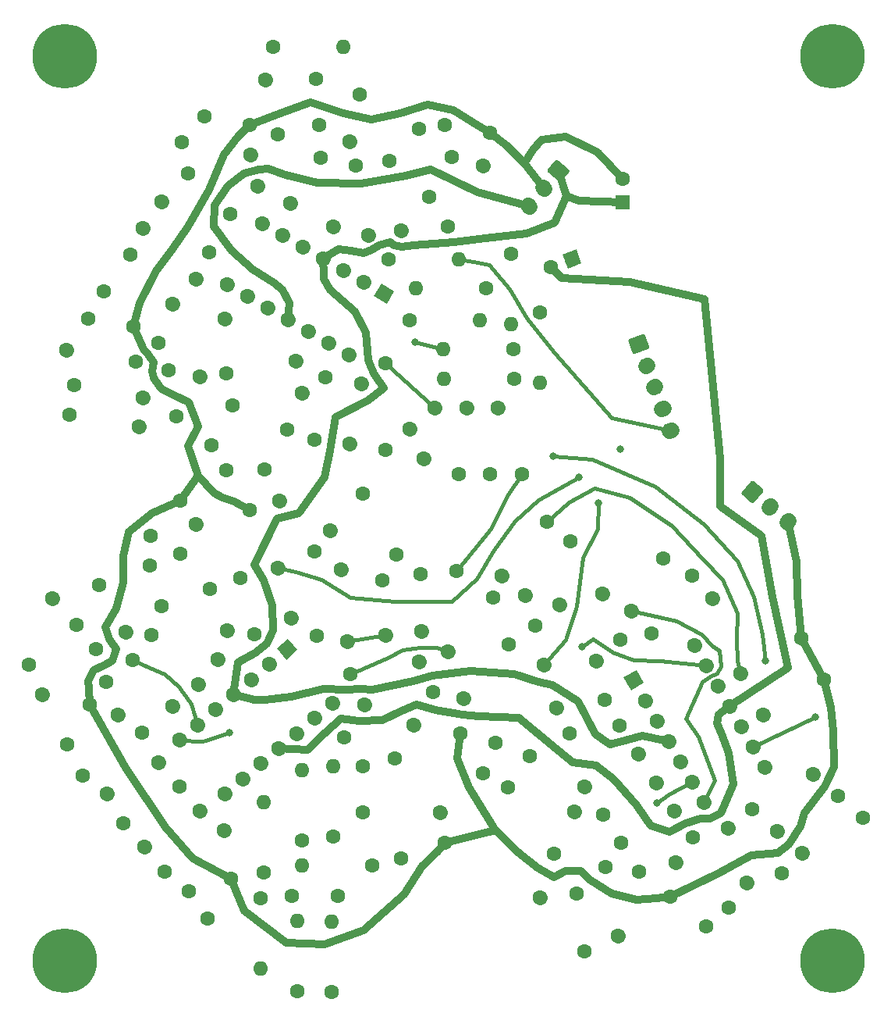
<source format=gbr>
G04 #@! TF.GenerationSoftware,KiCad,Pcbnew,(5.1.2-1)-1*
G04 #@! TF.CreationDate,2021-05-20T21:43:18-04:00*
G04 #@! TF.ProjectId,B_to_UHJ_Converter,425f746f-5f55-4484-9a5f-436f6e766572,rev?*
G04 #@! TF.SameCoordinates,Original*
G04 #@! TF.FileFunction,Copper,L1,Top*
G04 #@! TF.FilePolarity,Positive*
%FSLAX46Y46*%
G04 Gerber Fmt 4.6, Leading zero omitted, Abs format (unit mm)*
G04 Created by KiCad (PCBNEW (5.1.2-1)-1) date 2021-05-20 21:43:18*
%MOMM*%
%LPD*%
G04 APERTURE LIST*
%ADD10C,7.000000*%
%ADD11C,1.600000*%
%ADD12C,1.600000*%
%ADD13C,0.100000*%
%ADD14R,1.600000X1.600000*%
%ADD15C,1.700000*%
%ADD16C,1.700000*%
%ADD17O,1.600000X1.600000*%
%ADD18C,0.800000*%
%ADD19C,0.406400*%
%ADD20C,0.812800*%
G04 APERTURE END LIST*
D10*
X101092000Y-115824000D03*
X17780000Y-115824000D03*
X101092000Y-17780000D03*
X17780000Y-17780000D03*
D11*
X25109194Y-83239601D03*
X32269652Y-85845794D03*
D12*
X32269652Y-85845794D02*
X32269652Y-85845794D01*
D11*
X86122857Y-81589033D03*
D12*
X86122857Y-81589033D02*
X86122857Y-81589033D01*
D11*
X87143743Y-98597260D03*
D12*
X87143743Y-98597260D02*
X87143743Y-98597260D01*
D11*
X87392857Y-83788738D03*
D12*
X87392857Y-83788738D02*
X87392857Y-83788738D01*
D11*
X85873743Y-96397556D03*
D12*
X85873743Y-96397556D02*
X85873743Y-96397556D01*
D11*
X88662857Y-85988442D03*
D12*
X88662857Y-85988442D02*
X88662857Y-85988442D01*
D11*
X84603743Y-94197851D03*
D12*
X84603743Y-94197851D02*
X84603743Y-94197851D01*
D11*
X89932857Y-88188147D03*
D12*
X89932857Y-88188147D02*
X89932857Y-88188147D01*
D11*
X83333743Y-91998147D03*
D12*
X83333743Y-91998147D02*
X83333743Y-91998147D01*
D11*
X91202857Y-90387851D03*
D12*
X91202857Y-90387851D02*
X91202857Y-90387851D01*
D11*
X82063743Y-89798442D03*
D12*
X82063743Y-89798442D02*
X82063743Y-89798442D01*
D11*
X92472857Y-92587556D03*
D12*
X92472857Y-92587556D02*
X92472857Y-92587556D01*
D11*
X80793743Y-87598738D03*
D12*
X80793743Y-87598738D02*
X80793743Y-87598738D01*
D11*
X93742857Y-94787260D03*
D12*
X93742857Y-94787260D02*
X93742857Y-94787260D01*
D11*
X79523743Y-85399033D03*
D13*
G36*
X79230923Y-86491853D02*
G01*
X78430923Y-85106213D01*
X79816563Y-84306213D01*
X80616563Y-85691853D01*
X79230923Y-86491853D01*
X79230923Y-86491853D01*
G37*
D11*
X46814839Y-87871813D03*
D12*
X46814839Y-87871813D02*
X46814839Y-87871813D01*
D11*
X30242280Y-91830637D03*
D12*
X30242280Y-91830637D02*
X30242280Y-91830637D01*
D11*
X44869086Y-89504493D03*
D12*
X44869086Y-89504493D02*
X44869086Y-89504493D01*
D11*
X32188033Y-90197957D03*
D12*
X32188033Y-90197957D02*
X32188033Y-90197957D01*
D11*
X42923333Y-91137174D03*
D12*
X42923333Y-91137174D02*
X42923333Y-91137174D01*
D11*
X34133785Y-88565276D03*
D12*
X34133785Y-88565276D02*
X34133785Y-88565276D01*
D11*
X40977580Y-92769854D03*
D12*
X40977580Y-92769854D02*
X40977580Y-92769854D01*
D11*
X36079538Y-86932596D03*
D12*
X36079538Y-86932596D02*
X36079538Y-86932596D01*
D11*
X39031827Y-94402535D03*
D12*
X39031827Y-94402535D02*
X39031827Y-94402535D01*
D11*
X38025291Y-85299915D03*
D12*
X38025291Y-85299915D02*
X38025291Y-85299915D01*
D11*
X37086074Y-96035215D03*
D12*
X37086074Y-96035215D02*
X37086074Y-96035215D01*
D11*
X39971044Y-83667235D03*
D12*
X39971044Y-83667235D02*
X39971044Y-83667235D01*
D11*
X35140321Y-97667896D03*
D12*
X35140321Y-97667896D02*
X35140321Y-97667896D01*
D11*
X41916797Y-82034554D03*
D13*
G36*
X40789731Y-81935949D02*
G01*
X42015402Y-80907488D01*
X43043863Y-82133159D01*
X41818192Y-83161620D01*
X40789731Y-81935949D01*
X40789731Y-81935949D01*
G37*
D11*
X59801590Y-28697013D03*
X57301590Y-33027140D03*
X29895885Y-56751928D03*
X29027644Y-51827889D03*
X30286878Y-71671668D03*
X33500816Y-75501890D03*
X47419106Y-108729144D03*
X42419106Y-108729144D03*
X72544548Y-91123711D03*
X68214421Y-93623711D03*
X63940102Y-26064038D03*
X59016063Y-25195797D03*
X25227204Y-47082045D03*
X20303165Y-46213804D03*
X30318589Y-65920456D03*
X27104651Y-69750678D03*
X35817418Y-106867897D03*
X33317418Y-111198024D03*
X60675718Y-91183497D03*
X63175718Y-95513624D03*
X49764664Y-21925986D03*
X45066201Y-20215885D03*
X39425875Y-62519621D03*
X41925875Y-58189494D03*
X21515174Y-75037324D03*
X19015174Y-79367451D03*
X50134491Y-99728449D03*
X50134491Y-94728449D03*
X70862050Y-104224262D03*
X73362050Y-108554389D03*
X37841706Y-25182285D03*
X32917667Y-24314044D03*
X37838478Y-66945478D03*
X35338478Y-62615351D03*
X20530244Y-88056623D03*
X18030244Y-92386750D03*
X59007212Y-103026462D03*
X54308749Y-104736563D03*
X83516345Y-108880306D03*
X87346567Y-112094244D03*
X78333600Y-31078800D03*
D14*
X78333600Y-33578800D03*
D11*
X72847200Y-39725600D03*
D13*
G36*
X73325338Y-38700230D02*
G01*
X73872570Y-40203738D01*
X72369062Y-40750970D01*
X71821830Y-39247462D01*
X73325338Y-38700230D01*
X73325338Y-38700230D01*
G37*
D11*
X70497968Y-40580650D03*
D13*
G36*
X80597598Y-47886529D02*
G01*
X80621686Y-47891184D01*
X80645202Y-47898178D01*
X80667920Y-47907443D01*
X80689619Y-47918890D01*
X80710092Y-47932409D01*
X80729142Y-47947869D01*
X80746584Y-47965122D01*
X80762252Y-47984002D01*
X80775993Y-48004327D01*
X80787676Y-48025900D01*
X80797188Y-48048515D01*
X81207612Y-49176146D01*
X81214862Y-49199584D01*
X81219779Y-49223620D01*
X81222317Y-49248022D01*
X81222451Y-49272556D01*
X81220180Y-49296984D01*
X81215525Y-49321072D01*
X81208531Y-49344588D01*
X81199266Y-49367306D01*
X81187819Y-49389005D01*
X81174300Y-49409478D01*
X81158840Y-49428528D01*
X81141587Y-49445970D01*
X81122707Y-49461638D01*
X81102382Y-49475379D01*
X81080809Y-49487062D01*
X81058194Y-49496574D01*
X79695640Y-49992503D01*
X79672202Y-49999753D01*
X79648166Y-50004670D01*
X79623764Y-50007208D01*
X79599230Y-50007342D01*
X79574802Y-50005071D01*
X79550714Y-50000416D01*
X79527198Y-49993422D01*
X79504480Y-49984157D01*
X79482781Y-49972710D01*
X79462308Y-49959191D01*
X79443258Y-49943731D01*
X79425816Y-49926478D01*
X79410148Y-49907598D01*
X79396407Y-49887273D01*
X79384724Y-49865700D01*
X79375212Y-49843085D01*
X78964788Y-48715454D01*
X78957538Y-48692016D01*
X78952621Y-48667980D01*
X78950083Y-48643578D01*
X78949949Y-48619044D01*
X78952220Y-48594616D01*
X78956875Y-48570528D01*
X78963869Y-48547012D01*
X78973134Y-48524294D01*
X78984581Y-48502595D01*
X78998100Y-48482122D01*
X79013560Y-48463072D01*
X79030813Y-48445630D01*
X79049693Y-48429962D01*
X79070018Y-48416221D01*
X79091591Y-48404538D01*
X79114206Y-48395026D01*
X80476760Y-47899097D01*
X80500198Y-47891847D01*
X80524234Y-47886930D01*
X80548636Y-47884392D01*
X80573170Y-47884258D01*
X80597598Y-47886529D01*
X80597598Y-47886529D01*
G37*
D15*
X80086200Y-48945800D03*
X80941250Y-51295032D03*
D16*
X81058712Y-51252279D02*
X80823788Y-51337785D01*
D15*
X81796301Y-53644263D03*
D16*
X81913763Y-53601510D02*
X81678839Y-53687016D01*
D15*
X82651351Y-55993495D03*
D16*
X82768813Y-55950742D02*
X82533889Y-56036248D01*
D15*
X83506401Y-58342726D03*
D16*
X83623863Y-58299973D02*
X83388939Y-58385479D01*
D15*
X68134662Y-34005422D03*
D16*
X68230418Y-34085770D02*
X68038906Y-33925074D01*
D15*
X69741631Y-32090311D03*
D16*
X69837387Y-32170659D02*
X69645875Y-32009963D01*
D13*
G36*
X71206107Y-29001038D02*
G01*
X71230334Y-29004902D01*
X71254066Y-29011123D01*
X71277075Y-29019639D01*
X71299137Y-29030370D01*
X71320042Y-29043212D01*
X71339587Y-29058041D01*
X72450352Y-29990083D01*
X72468349Y-30006756D01*
X72484626Y-30025113D01*
X72499025Y-30044977D01*
X72511408Y-30066157D01*
X72521655Y-30088448D01*
X72529667Y-30111637D01*
X72535369Y-30135499D01*
X72538704Y-30159805D01*
X72539640Y-30184321D01*
X72538169Y-30208811D01*
X72534305Y-30233038D01*
X72528084Y-30256770D01*
X72519568Y-30279779D01*
X72508837Y-30301841D01*
X72495995Y-30322746D01*
X72481166Y-30342291D01*
X71709821Y-31261545D01*
X71693148Y-31279542D01*
X71674791Y-31295819D01*
X71654927Y-31310218D01*
X71633747Y-31322601D01*
X71611456Y-31332848D01*
X71588267Y-31340860D01*
X71564405Y-31346562D01*
X71540099Y-31349897D01*
X71515583Y-31350833D01*
X71491093Y-31349362D01*
X71466866Y-31345498D01*
X71443134Y-31339277D01*
X71420125Y-31330761D01*
X71398063Y-31320030D01*
X71377158Y-31307188D01*
X71357613Y-31292359D01*
X70246848Y-30360317D01*
X70228851Y-30343644D01*
X70212574Y-30325287D01*
X70198175Y-30305423D01*
X70185792Y-30284243D01*
X70175545Y-30261952D01*
X70167533Y-30238763D01*
X70161831Y-30214901D01*
X70158496Y-30190595D01*
X70157560Y-30166079D01*
X70159031Y-30141589D01*
X70162895Y-30117362D01*
X70169116Y-30093630D01*
X70177632Y-30070621D01*
X70188363Y-30048559D01*
X70201205Y-30027654D01*
X70216034Y-30008109D01*
X70987379Y-29088855D01*
X71004052Y-29070858D01*
X71022409Y-29054581D01*
X71042273Y-29040182D01*
X71063453Y-29027799D01*
X71085744Y-29017552D01*
X71108933Y-29009540D01*
X71132795Y-29003838D01*
X71157101Y-29000503D01*
X71181617Y-28999567D01*
X71206107Y-29001038D01*
X71206107Y-29001038D01*
G37*
D15*
X71348600Y-30175200D03*
D13*
G36*
X92438811Y-63783631D02*
G01*
X92463038Y-63787495D01*
X92486770Y-63793716D01*
X92509779Y-63802232D01*
X92531841Y-63812963D01*
X92552746Y-63825805D01*
X92572291Y-63840634D01*
X93491545Y-64611979D01*
X93509542Y-64628652D01*
X93525819Y-64647009D01*
X93540218Y-64666873D01*
X93552601Y-64688053D01*
X93562848Y-64710344D01*
X93570860Y-64733533D01*
X93576562Y-64757395D01*
X93579897Y-64781701D01*
X93580833Y-64806217D01*
X93579362Y-64830707D01*
X93575498Y-64854934D01*
X93569277Y-64878666D01*
X93560761Y-64901675D01*
X93550030Y-64923737D01*
X93537188Y-64944642D01*
X93522359Y-64964187D01*
X92590317Y-66074952D01*
X92573644Y-66092949D01*
X92555287Y-66109226D01*
X92535423Y-66123625D01*
X92514243Y-66136008D01*
X92491952Y-66146255D01*
X92468763Y-66154267D01*
X92444901Y-66159969D01*
X92420595Y-66163304D01*
X92396079Y-66164240D01*
X92371589Y-66162769D01*
X92347362Y-66158905D01*
X92323630Y-66152684D01*
X92300621Y-66144168D01*
X92278559Y-66133437D01*
X92257654Y-66120595D01*
X92238109Y-66105766D01*
X91318855Y-65334421D01*
X91300858Y-65317748D01*
X91284581Y-65299391D01*
X91270182Y-65279527D01*
X91257799Y-65258347D01*
X91247552Y-65236056D01*
X91239540Y-65212867D01*
X91233838Y-65189005D01*
X91230503Y-65164699D01*
X91229567Y-65140183D01*
X91231038Y-65115693D01*
X91234902Y-65091466D01*
X91241123Y-65067734D01*
X91249639Y-65044725D01*
X91260370Y-65022663D01*
X91273212Y-65001758D01*
X91288041Y-64982213D01*
X92220083Y-63871448D01*
X92236756Y-63853451D01*
X92255113Y-63837174D01*
X92274977Y-63822775D01*
X92296157Y-63810392D01*
X92318448Y-63800145D01*
X92341637Y-63792133D01*
X92365499Y-63786431D01*
X92389805Y-63783096D01*
X92414321Y-63782160D01*
X92438811Y-63783631D01*
X92438811Y-63783631D01*
G37*
D15*
X92405200Y-64973200D03*
X94320311Y-66580169D03*
D16*
X94400659Y-66484413D02*
X94239963Y-66675925D01*
D15*
X96235422Y-68187138D03*
D16*
X96315770Y-68091382D02*
X96155074Y-68282894D01*
D11*
X63191963Y-29599432D03*
D12*
X63191963Y-29599432D02*
X63191963Y-29599432D01*
D11*
X59381963Y-36198546D03*
X18759389Y-53407832D03*
X26263624Y-54731031D03*
D12*
X26263624Y-54731031D02*
X26263624Y-54731031D01*
D11*
X31977779Y-68490534D03*
D12*
X31977779Y-68490534D02*
X31977779Y-68490534D01*
D11*
X36875821Y-74327793D03*
X42991012Y-119131500D03*
D17*
X42991012Y-111511500D03*
D11*
X71108922Y-88345056D03*
D12*
X71108922Y-88345056D02*
X71108922Y-88345056D01*
D11*
X64509808Y-92155056D03*
X52976428Y-29132641D03*
X54299627Y-36636876D03*
D12*
X54299627Y-36636876D02*
X54299627Y-36636876D01*
D11*
X17976282Y-49577135D03*
D12*
X17976282Y-49577135D02*
X17976282Y-49577135D01*
D11*
X25480517Y-50900334D03*
X48684099Y-26983681D03*
D12*
X48684099Y-26983681D02*
X48684099Y-26983681D01*
D11*
X56188334Y-25660482D03*
X21986651Y-43246042D03*
X29490886Y-44569241D03*
D12*
X29490886Y-44569241D02*
X29490886Y-44569241D01*
D11*
X28272750Y-77352220D03*
X35433208Y-79958413D03*
D12*
X35433208Y-79958413D02*
X35433208Y-79958413D01*
D11*
X24389903Y-80146114D03*
D12*
X24389903Y-80146114D02*
X24389903Y-80146114D01*
D11*
X26996096Y-72985656D03*
D17*
X38996253Y-116648251D03*
D11*
X38996253Y-109028251D03*
X77983202Y-90294860D03*
X74173202Y-96893974D03*
D12*
X74173202Y-96893974D02*
X74173202Y-96893974D01*
D11*
X31207300Y-108249448D03*
X35017300Y-101650334D03*
D12*
X35017300Y-101650334D02*
X35017300Y-101650334D01*
D11*
X73078207Y-99638275D03*
D12*
X73078207Y-99638275D02*
X73078207Y-99638275D01*
D11*
X65917749Y-97032082D03*
X49397325Y-29644091D03*
X50720524Y-37148326D03*
D12*
X50720524Y-37148326D02*
X50720524Y-37148326D01*
D11*
X35105085Y-46220734D03*
D12*
X35105085Y-46220734D02*
X35105085Y-46220734D01*
D11*
X27944627Y-48826927D03*
X27223187Y-80487609D03*
X34383645Y-83093802D03*
D12*
X34383645Y-83093802D02*
X34383645Y-83093802D01*
D17*
X39410067Y-98574218D03*
D11*
X39410067Y-106194218D03*
X76238561Y-99942569D03*
X80048561Y-93343455D03*
D12*
X80048561Y-93343455D02*
X80048561Y-93343455D01*
D11*
X52894901Y-39740897D03*
D17*
X60514901Y-39740897D03*
D11*
X25811583Y-57901586D03*
D12*
X25811583Y-57901586D02*
X25811583Y-57901586D01*
D11*
X18307348Y-56578387D03*
X38330521Y-80368612D03*
X40936714Y-73208154D03*
D12*
X40936714Y-73208154D02*
X40936714Y-73208154D01*
D17*
X46719558Y-111592508D03*
D11*
X46719558Y-119212508D03*
X76339009Y-87548631D03*
X69739895Y-83738631D03*
D12*
X69739895Y-83738631D02*
X69739895Y-83738631D01*
D17*
X55921364Y-42938119D03*
D11*
X63541364Y-42938119D03*
X24864993Y-39276610D03*
X32025451Y-41882803D03*
D12*
X32025451Y-41882803D02*
X32025451Y-41882803D01*
D11*
X42302387Y-78594216D03*
D12*
X42302387Y-78594216D02*
X42302387Y-78594216D01*
D11*
X44908580Y-71433758D03*
X28638677Y-106120847D03*
X32448677Y-99521733D03*
D12*
X32448677Y-99521733D02*
X32448677Y-99521733D01*
D11*
X75440178Y-83284172D03*
D12*
X75440178Y-83284172D02*
X75440178Y-83284172D01*
D11*
X68841064Y-79474172D03*
X55168473Y-46356993D03*
D17*
X62788473Y-46356993D03*
D11*
X26265942Y-36382807D03*
D12*
X26265942Y-36382807D02*
X26265942Y-36382807D01*
D11*
X33426400Y-38989000D03*
X45147655Y-80550365D03*
X47753848Y-73389907D03*
D12*
X47753848Y-73389907D02*
X47753848Y-73389907D01*
D11*
X26448752Y-103475740D03*
D12*
X26448752Y-103475740D02*
X26448752Y-103475740D01*
D11*
X30258752Y-96876626D03*
X78055193Y-80991074D03*
X71456079Y-77181074D03*
D12*
X71456079Y-77181074D02*
X71456079Y-77181074D01*
D11*
X40392597Y-16761487D03*
D17*
X48012597Y-16761487D03*
D11*
X41106807Y-65958166D03*
D12*
X41106807Y-65958166D02*
X41106807Y-65958166D01*
D11*
X44916807Y-59359052D03*
X13860807Y-83672583D03*
X16467000Y-76512125D03*
D12*
X16467000Y-76512125D02*
X16467000Y-76512125D01*
D11*
X58479626Y-99742273D03*
D12*
X58479626Y-99742273D02*
X58479626Y-99742273D01*
D11*
X53581584Y-93905014D03*
X74212522Y-114799739D03*
X69314480Y-108962480D03*
D12*
X69314480Y-108962480D02*
X69314480Y-108962480D01*
D11*
X39559142Y-20321644D03*
D12*
X39559142Y-20321644D02*
X39559142Y-20321644D01*
D11*
X45396401Y-25219686D03*
X36005022Y-55592314D03*
X43509257Y-54269115D03*
D12*
X43509257Y-54269115D02*
X43509257Y-54269115D01*
D11*
X30467341Y-27083864D03*
X37971576Y-28407063D03*
D12*
X37971576Y-28407063D02*
X37971576Y-28407063D01*
D11*
X32406699Y-52435110D03*
D12*
X32406699Y-52435110D02*
X32406699Y-52435110D01*
D11*
X33729898Y-59939345D03*
X15344371Y-86910599D03*
D12*
X15344371Y-86910599D02*
X15344371Y-86910599D01*
D11*
X21181630Y-82012557D03*
X19690027Y-95764480D03*
X23500027Y-89165366D03*
D12*
X23500027Y-89165366D02*
X23500027Y-89165366D01*
D11*
X46871004Y-102314444D03*
D17*
X46871004Y-94694444D03*
D11*
X77778799Y-113113444D03*
D12*
X77778799Y-113113444D02*
X77778799Y-113113444D01*
D11*
X76455600Y-105609209D03*
D17*
X43529186Y-105468827D03*
D11*
X51149186Y-105468827D03*
X89877232Y-110012001D03*
X84039973Y-105113959D03*
D12*
X84039973Y-105113959D02*
X84039973Y-105113959D01*
D11*
X42222737Y-33689398D03*
D12*
X42222737Y-33689398D02*
X42222737Y-33689398D01*
D11*
X40899538Y-26185163D03*
X35336793Y-52126925D03*
X42841028Y-50803726D03*
D12*
X42841028Y-50803726D02*
X42841028Y-50803726D01*
D11*
X29449564Y-88198867D03*
D12*
X29449564Y-88198867D02*
X29449564Y-88198867D01*
D11*
X22289106Y-85592674D03*
X43557784Y-102720500D03*
D17*
X43557784Y-95100500D03*
D11*
X83880593Y-99513371D03*
D12*
X83880593Y-99513371D02*
X83880593Y-99513371D01*
D11*
X80070593Y-106112485D03*
X45582420Y-28742177D03*
X46905619Y-36246412D03*
D12*
X46905619Y-36246412D02*
X46905619Y-36246412D01*
D11*
X48693777Y-59716466D03*
D12*
X48693777Y-59716466D02*
X48693777Y-59716466D01*
D11*
X46087584Y-52556008D03*
X55627210Y-90225616D03*
D12*
X55627210Y-90225616D02*
X55627210Y-90225616D01*
D11*
X48122975Y-91548815D03*
X78193764Y-103054761D03*
X82003764Y-96455647D03*
D12*
X82003764Y-96455647D02*
X82003764Y-96455647D01*
D11*
X31173671Y-30483264D03*
X38677906Y-31806463D03*
D12*
X38677906Y-31806463D02*
X38677906Y-31806463D01*
D11*
X49986980Y-53228337D03*
D12*
X49986980Y-53228337D02*
X49986980Y-53228337D01*
D11*
X52593173Y-60388795D03*
X24171440Y-100923451D03*
X27981440Y-94324337D03*
D12*
X27981440Y-94324337D02*
X27981440Y-94324337D01*
D11*
X50266267Y-87986408D03*
D12*
X50266267Y-87986408D02*
X50266267Y-87986408D01*
D11*
X57770502Y-86663209D03*
X95587202Y-106328202D03*
X89749943Y-101430160D03*
D12*
X89749943Y-101430160D02*
X89749943Y-101430160D01*
D11*
X28265416Y-33543991D03*
D12*
X28265416Y-33543991D02*
X28265416Y-33543991D01*
D11*
X35769651Y-34867190D03*
X52622413Y-50990943D03*
X55228606Y-58151401D03*
D12*
X55228606Y-58151401D02*
X55228606Y-58151401D01*
D11*
X22331302Y-97659899D03*
D12*
X22331302Y-97659899D02*
X22331302Y-97659899D01*
D11*
X26141302Y-91060785D03*
X48743666Y-84701571D03*
X56247901Y-83378372D03*
D12*
X56247901Y-83378372D02*
X56247901Y-83378372D01*
D11*
X91814982Y-107312615D03*
D12*
X91814982Y-107312615D02*
X91814982Y-107312615D01*
D11*
X85977723Y-102414573D03*
D17*
X58836560Y-49494440D03*
D11*
X66456560Y-49494440D03*
X60528200Y-63042800D03*
X57922007Y-55882342D03*
D12*
X57922007Y-55882342D02*
X57922007Y-55882342D01*
D11*
X48437800Y-81198914D03*
D12*
X48437800Y-81198914D02*
X48437800Y-81198914D01*
D11*
X52247800Y-74599800D03*
X65938400Y-81483200D03*
X61040358Y-87320459D03*
D12*
X61040358Y-87320459D02*
X61040358Y-87320459D01*
D11*
X85826600Y-74091800D03*
X79227486Y-77901800D03*
D12*
X79227486Y-77901800D02*
X79227486Y-77901800D01*
D17*
X58905140Y-52682140D03*
D11*
X66525140Y-52682140D03*
X63957200Y-63017400D03*
X61351007Y-55856942D03*
D12*
X61351007Y-55856942D02*
X61351007Y-55856942D01*
D11*
X52603400Y-80462314D03*
D12*
X52603400Y-80462314D02*
X52603400Y-80462314D01*
D11*
X56413400Y-73863200D03*
X64287400Y-76403200D03*
X59389358Y-82240459D03*
D12*
X59389358Y-82240459D02*
X59389358Y-82240459D01*
D11*
X101650800Y-97967800D03*
X95051686Y-101777800D03*
D12*
X95051686Y-101777800D02*
X95051686Y-101777800D01*
D17*
X66212720Y-46766480D03*
D11*
X66212720Y-39146480D03*
X56738714Y-61366400D03*
D12*
X56738714Y-61366400D02*
X56738714Y-61366400D01*
D11*
X50139600Y-65176400D03*
X53771800Y-71729600D03*
X46611342Y-69123407D03*
D12*
X46611342Y-69123407D02*
X46611342Y-69123407D01*
D11*
X67745958Y-76144459D03*
D12*
X67745958Y-76144459D02*
X67745958Y-76144459D01*
D11*
X72644000Y-70307200D03*
X82727800Y-72212200D03*
X76128686Y-76022200D03*
D12*
X76128686Y-76022200D02*
X76128686Y-76022200D01*
D17*
X69367400Y-53136800D03*
D11*
X69367400Y-45516800D03*
X64754607Y-55856942D03*
D12*
X64754607Y-55856942D02*
X64754607Y-55856942D01*
D11*
X67360800Y-63017400D03*
X60325000Y-73507600D03*
X56515000Y-80106714D03*
D12*
X56515000Y-80106714D02*
X56515000Y-80106714D01*
D11*
X65180558Y-74061659D03*
D12*
X65180558Y-74061659D02*
X65180558Y-74061659D01*
D11*
X70078600Y-68224400D03*
X104368600Y-100330000D03*
X97769486Y-104140000D03*
D12*
X97769486Y-104140000D02*
X97769486Y-104140000D01*
D11*
X97711067Y-80840741D03*
X91111953Y-84650741D03*
D12*
X91111953Y-84650741D02*
X91111953Y-84650741D01*
D11*
X93572430Y-89097799D03*
D12*
X93572430Y-89097799D02*
X93572430Y-89097799D01*
D11*
X100171544Y-85287799D03*
X88028085Y-76517142D03*
D12*
X88028085Y-76517142D02*
X88028085Y-76517142D01*
D11*
X81428971Y-80327142D03*
X98948694Y-95589153D03*
D12*
X98948694Y-95589153D02*
X98948694Y-95589153D01*
D11*
X92349580Y-99399153D03*
X52435271Y-43491889D03*
D13*
G36*
X52142451Y-42399069D02*
G01*
X53528091Y-43199069D01*
X52728091Y-44584709D01*
X51342451Y-43784709D01*
X52142451Y-42399069D01*
X52142451Y-42399069D01*
G37*
D11*
X35427044Y-42471003D03*
D12*
X35427044Y-42471003D02*
X35427044Y-42471003D01*
D11*
X50235566Y-42221889D03*
D12*
X50235566Y-42221889D02*
X50235566Y-42221889D01*
D11*
X37626748Y-43741003D03*
D12*
X37626748Y-43741003D02*
X37626748Y-43741003D01*
D11*
X48035862Y-40951889D03*
D12*
X48035862Y-40951889D02*
X48035862Y-40951889D01*
D11*
X39826453Y-45011003D03*
D12*
X39826453Y-45011003D02*
X39826453Y-45011003D01*
D11*
X45836157Y-39681889D03*
D12*
X45836157Y-39681889D02*
X45836157Y-39681889D01*
D11*
X42026157Y-46281003D03*
D12*
X42026157Y-46281003D02*
X42026157Y-46281003D01*
D11*
X43636453Y-38411889D03*
D12*
X43636453Y-38411889D02*
X43636453Y-38411889D01*
D11*
X44225862Y-47551003D03*
D12*
X44225862Y-47551003D02*
X44225862Y-47551003D01*
D11*
X41436748Y-37141889D03*
D12*
X41436748Y-37141889D02*
X41436748Y-37141889D01*
D11*
X46425566Y-48821003D03*
D12*
X46425566Y-48821003D02*
X46425566Y-48821003D01*
D11*
X39237044Y-35871889D03*
D12*
X39237044Y-35871889D02*
X39237044Y-35871889D01*
D11*
X48625271Y-50091003D03*
D12*
X48625271Y-50091003D02*
X48625271Y-50091003D01*
D18*
X73583800Y-63373000D03*
X78071012Y-60333588D03*
X75692000Y-66167000D03*
X82008579Y-98696379D03*
X55829200Y-48717200D03*
X35687000Y-91084400D03*
X99212400Y-89382600D03*
X70789800Y-61112400D03*
X93853000Y-83286600D03*
X73914000Y-81762600D03*
D19*
X83506401Y-58342726D02*
X77139800Y-56921400D01*
X77139800Y-56921400D02*
X70942200Y-49885600D01*
X70942200Y-49885600D02*
X67919600Y-46126400D01*
X67919600Y-46126400D02*
X66014600Y-43002200D01*
X66014600Y-43002200D02*
X63804800Y-40386000D01*
X63804800Y-40386000D02*
X62179200Y-40030400D01*
X62179200Y-40030400D02*
X60514901Y-39740897D01*
X73583800Y-63373000D02*
X69164200Y-65862200D01*
X69164200Y-65862200D02*
X66598800Y-68148200D01*
X66598800Y-68148200D02*
X64338200Y-71297800D01*
X64338200Y-71297800D02*
X62509400Y-74396600D01*
X62509400Y-74396600D02*
X59740800Y-76885800D01*
X59740800Y-76885800D02*
X53594000Y-76885800D01*
X53594000Y-76885800D02*
X48768000Y-76403200D01*
X48768000Y-76403200D02*
X45669200Y-74498200D01*
X45669200Y-74498200D02*
X42849800Y-73609200D01*
X42849800Y-73609200D02*
X40936714Y-73208154D01*
X69739895Y-83738631D02*
X72110600Y-81000600D01*
X72110600Y-81000600D02*
X73329800Y-77317600D01*
X73329800Y-77317600D02*
X73964800Y-72110600D01*
X73964800Y-72110600D02*
X75641200Y-68986400D01*
X75641200Y-68986400D02*
X75692000Y-66167000D01*
X75692000Y-66167000D02*
X75692000Y-66167000D01*
D20*
X37841706Y-25182285D02*
X36569459Y-26471480D01*
X36569459Y-26471480D02*
X35042302Y-28405398D01*
X35042302Y-28405398D02*
X33424840Y-32222919D01*
X33424840Y-32222919D02*
X31126140Y-36204384D01*
X31126140Y-36204384D02*
X29476964Y-38654439D01*
X29476964Y-38654439D02*
X27727100Y-41075696D01*
X27727100Y-41075696D02*
X25893984Y-44504743D01*
X25893984Y-44504743D02*
X25227204Y-47082045D01*
X37841706Y-25182285D02*
X41382629Y-23824428D01*
X41382629Y-23824428D02*
X44427583Y-22766811D01*
X44427583Y-22766811D02*
X47976157Y-23935701D01*
X47976157Y-23935701D02*
X51089106Y-24589115D01*
X51089106Y-24589115D02*
X54223628Y-23935165D01*
X54223628Y-23935165D02*
X57135688Y-23006126D01*
X57135688Y-23006126D02*
X59911877Y-23582430D01*
X59911877Y-23582430D02*
X62007490Y-24880322D01*
X62007490Y-24880322D02*
X63940102Y-26064038D01*
X25227204Y-47082045D02*
X26369648Y-49472072D01*
X26369648Y-49472072D02*
X26880561Y-50060340D01*
X26880561Y-50060340D02*
X27431158Y-50935486D01*
X27431158Y-50935486D02*
X27272617Y-51870483D01*
X27272617Y-51870483D02*
X27407758Y-52652411D01*
X27407758Y-52652411D02*
X28268803Y-53853440D01*
X28268803Y-53853440D02*
X29630130Y-54492755D01*
X29630130Y-54492755D02*
X31277416Y-55297171D01*
X31277416Y-55297171D02*
X32223466Y-57925760D01*
X32223466Y-57925760D02*
X31199751Y-60003690D01*
X31199751Y-60003690D02*
X32303850Y-63222128D01*
X32303850Y-63222128D02*
X33933881Y-65072440D01*
X33933881Y-65072440D02*
X34879752Y-65618540D01*
X34879752Y-65618540D02*
X36119304Y-66011573D01*
X36119304Y-66011573D02*
X37838478Y-66945478D01*
X20530244Y-88056623D02*
X24373957Y-94858145D01*
X24373957Y-94858145D02*
X28700977Y-101287282D01*
X28700977Y-101287282D02*
X31698666Y-104693823D01*
X31698666Y-104693823D02*
X35817418Y-106867897D01*
X35817418Y-106867897D02*
X37265380Y-110347995D01*
X37265380Y-110347995D02*
X41821254Y-113872831D01*
X41821254Y-113872831D02*
X46018261Y-113998431D01*
X46018261Y-113998431D02*
X50178481Y-112483768D01*
X50178481Y-112483768D02*
X54615021Y-108635073D01*
X54615021Y-108635073D02*
X56588446Y-105573301D01*
X56588446Y-105573301D02*
X58279951Y-103961647D01*
X58279951Y-103961647D02*
X59007212Y-103026462D01*
X30318589Y-65920456D02*
X27241893Y-67311762D01*
X27241893Y-67311762D02*
X24724937Y-69291110D01*
X24724937Y-69291110D02*
X24125895Y-71975520D01*
X24125895Y-71975520D02*
X24129056Y-74824397D01*
X24129056Y-74824397D02*
X23377616Y-77643314D01*
X23377616Y-77643314D02*
X22171217Y-79603904D01*
X22171217Y-79603904D02*
X22620012Y-80944872D01*
X22620012Y-80944872D02*
X23341078Y-82017587D01*
X23341078Y-82017587D02*
X22932437Y-83308779D01*
X22932437Y-83308779D02*
X22000798Y-83818625D01*
X22000798Y-83818625D02*
X20898780Y-84338807D01*
X20898780Y-84338807D02*
X20306161Y-85466065D01*
X20306161Y-85466065D02*
X20407171Y-86289818D01*
X20407171Y-86289818D02*
X20530244Y-88056623D01*
X60675718Y-91183497D02*
X60387865Y-93895479D01*
X60387865Y-93895479D02*
X61649858Y-96985556D01*
X61649858Y-96985556D02*
X64540281Y-101687115D01*
X64540281Y-101687115D02*
X67020909Y-104073610D01*
X67020909Y-104073610D02*
X69094275Y-105703905D01*
X69094275Y-105703905D02*
X70853179Y-106759055D01*
X70853179Y-106759055D02*
X72114131Y-106077971D01*
X72114131Y-106077971D02*
X73751004Y-106047999D01*
X73751004Y-106047999D02*
X74872894Y-107107247D01*
X74872894Y-107107247D02*
X77150625Y-108502233D01*
X77150625Y-108502233D02*
X79850554Y-109195927D01*
X79850554Y-109195927D02*
X81999667Y-109016861D01*
X81999667Y-109016861D02*
X83516345Y-108880306D01*
X59007212Y-103026462D02*
X64540281Y-101687115D01*
X67691000Y-29337000D02*
X65684400Y-27432000D01*
X65684400Y-27432000D02*
X63940102Y-26064038D01*
X69741631Y-32090311D02*
X67691000Y-29337000D01*
X30318589Y-65920456D02*
X32303850Y-63222128D01*
X83516345Y-108880306D02*
X88773000Y-106273600D01*
X88773000Y-106273600D02*
X92278200Y-104343200D01*
X92278200Y-104343200D02*
X95148400Y-104140000D01*
X95148400Y-104140000D02*
X96367600Y-103174800D01*
X96367600Y-103174800D02*
X97586800Y-101244400D01*
X97586800Y-101244400D02*
X98018600Y-99771200D01*
X98018600Y-99771200D02*
X100279200Y-96951800D01*
X100279200Y-96951800D02*
X101244400Y-94818200D01*
X101244400Y-94818200D02*
X101219000Y-90932000D01*
X101219000Y-90932000D02*
X100888800Y-88341200D01*
X100888800Y-88341200D02*
X100171544Y-85287799D01*
X100171544Y-85287799D02*
X97711067Y-80840741D01*
X78333600Y-31078800D02*
X75590400Y-28194000D01*
X75590400Y-28194000D02*
X72110600Y-26492200D01*
X72110600Y-26492200D02*
X69494400Y-26847800D01*
X69494400Y-26847800D02*
X68580000Y-27889200D01*
X68580000Y-27889200D02*
X67691000Y-29337000D01*
X96235422Y-68187138D02*
X97205800Y-72542400D01*
X97205800Y-72542400D02*
X97282000Y-76174600D01*
X97282000Y-76174600D02*
X97711067Y-80840741D01*
X71348600Y-30175200D02*
X72263000Y-32893000D01*
X72263000Y-32893000D02*
X70916800Y-35814000D01*
X70916800Y-35814000D02*
X67894200Y-36957000D01*
X67894200Y-36957000D02*
X63449200Y-37439600D01*
X63449200Y-37439600D02*
X59994800Y-37871400D01*
X59994800Y-37871400D02*
X55651400Y-38252400D01*
X55651400Y-38252400D02*
X54381400Y-38379400D01*
X54381400Y-38379400D02*
X53492400Y-38227000D01*
X53492400Y-38227000D02*
X53060600Y-37896800D01*
X53060600Y-37896800D02*
X51917600Y-38277800D01*
X51917600Y-38277800D02*
X51079400Y-38785800D01*
X51079400Y-38785800D02*
X50241200Y-39090600D01*
X50241200Y-39090600D02*
X48844200Y-38836600D01*
X48844200Y-38836600D02*
X47498000Y-38658800D01*
X47498000Y-38658800D02*
X45836157Y-39681889D01*
X78333600Y-33578800D02*
X73558400Y-33375600D01*
X73558400Y-33375600D02*
X72263000Y-32893000D01*
X83333743Y-91998147D02*
X80467200Y-91389200D01*
X80467200Y-91389200D02*
X78943200Y-91871800D01*
X78943200Y-91871800D02*
X76987400Y-92329000D01*
X76987400Y-92329000D02*
X75387200Y-91211400D01*
X75387200Y-91211400D02*
X73482200Y-87706200D01*
X73482200Y-87706200D02*
X70739000Y-85928200D01*
X51181000Y-86385400D02*
X49936400Y-86334600D01*
X49936400Y-86334600D02*
X48234600Y-86436200D01*
X48234600Y-86436200D02*
X45897800Y-86309200D01*
X45897800Y-86309200D02*
X42316400Y-87147400D01*
X42316400Y-87147400D02*
X39522400Y-87528400D01*
X39522400Y-87528400D02*
X38354000Y-87477600D01*
X38354000Y-87477600D02*
X36079538Y-86932596D01*
X51181000Y-86385400D02*
X55600600Y-85471000D01*
X55600600Y-85471000D02*
X57632600Y-84886800D01*
X57632600Y-84886800D02*
X61798200Y-84378800D01*
X61798200Y-84378800D02*
X66522600Y-84759800D01*
X66522600Y-84759800D02*
X69189600Y-85572600D01*
X69189600Y-85572600D02*
X70739000Y-85928200D01*
X36079538Y-86932596D02*
X36550600Y-83489800D01*
X36550600Y-83489800D02*
X38404800Y-82448400D01*
X38404800Y-82448400D02*
X39700200Y-81432400D01*
X39700200Y-81432400D02*
X40386000Y-79959200D01*
X40386000Y-79959200D02*
X40335200Y-77241400D01*
X40335200Y-77241400D02*
X39344600Y-74574400D01*
X39344600Y-74574400D02*
X38354000Y-72898000D01*
X38354000Y-72898000D02*
X40792400Y-67894200D01*
X40792400Y-67894200D02*
X43205400Y-67259200D01*
X43205400Y-67259200D02*
X45974000Y-63423800D01*
X45974000Y-63423800D02*
X46609000Y-60528200D01*
X46609000Y-60528200D02*
X47167800Y-56896000D01*
X47167800Y-56896000D02*
X50596800Y-55067200D01*
X50596800Y-55067200D02*
X52425600Y-53695600D01*
X52425600Y-53695600D02*
X51333400Y-52120800D01*
X51333400Y-52120800D02*
X50698400Y-50723800D01*
X50698400Y-50723800D02*
X50444400Y-47726600D01*
X50444400Y-47726600D02*
X49301400Y-45466000D01*
X49301400Y-45466000D02*
X46532800Y-43027600D01*
X46532800Y-43027600D02*
X45897800Y-41884600D01*
X45897800Y-41884600D02*
X45897800Y-41478200D01*
X45897800Y-41478200D02*
X45836157Y-39681889D01*
X68134662Y-34005422D02*
X62560200Y-32486600D01*
X62560200Y-32486600D02*
X57454800Y-30048200D01*
X57454800Y-30048200D02*
X54813200Y-30683200D01*
X54813200Y-30683200D02*
X49936400Y-31546800D01*
X49936400Y-31546800D02*
X45212000Y-31445200D01*
X45212000Y-31445200D02*
X41732200Y-30657800D01*
X41732200Y-30657800D02*
X39852600Y-29972000D01*
X39852600Y-29972000D02*
X38836600Y-29997400D01*
X38836600Y-29997400D02*
X37261800Y-30429200D01*
X37261800Y-30429200D02*
X35509200Y-31775400D01*
X35509200Y-31775400D02*
X34036000Y-33959800D01*
X34036000Y-33959800D02*
X33959800Y-36245800D01*
X33959800Y-36245800D02*
X35915600Y-38862000D01*
X35915600Y-38862000D02*
X38227000Y-40894000D01*
X38227000Y-40894000D02*
X40487600Y-42291000D01*
X40487600Y-42291000D02*
X41402000Y-43053000D01*
X41402000Y-43053000D02*
X42164000Y-44475400D01*
X42164000Y-44475400D02*
X42026157Y-46281003D01*
X40977580Y-92769854D02*
X44094400Y-92938600D01*
X44094400Y-92938600D02*
X46075600Y-91109800D01*
X46075600Y-91109800D02*
X47726600Y-89535000D01*
X47726600Y-89535000D02*
X49707800Y-89763600D01*
X49707800Y-89763600D02*
X52273200Y-89712800D01*
X52273200Y-89712800D02*
X54381400Y-88671400D01*
X54381400Y-88671400D02*
X55981600Y-88036400D01*
X55981600Y-88036400D02*
X58013600Y-88646000D01*
X58013600Y-88646000D02*
X60985400Y-89154000D01*
X60985400Y-89154000D02*
X62738000Y-89255600D01*
X62738000Y-89255600D02*
X67030600Y-89484200D01*
X67030600Y-89484200D02*
X70561200Y-92354400D01*
X70561200Y-92354400D02*
X72898000Y-94310200D01*
X72898000Y-94310200D02*
X75412600Y-94589600D01*
X75412600Y-94589600D02*
X77368400Y-96113600D01*
X77368400Y-96113600D02*
X79806800Y-98933000D01*
X79806800Y-98933000D02*
X81330800Y-101168200D01*
X81330800Y-101168200D02*
X83439000Y-101828600D01*
X83439000Y-101828600D02*
X85217000Y-100863400D01*
X85217000Y-100863400D02*
X86791800Y-100406200D01*
X86791800Y-100406200D02*
X87807800Y-100406200D01*
X87807800Y-100406200D02*
X88976200Y-99771200D01*
X88976200Y-99771200D02*
X90322400Y-96697800D01*
X90322400Y-96697800D02*
X89865200Y-93268800D01*
X89865200Y-93268800D02*
X89077800Y-91211400D01*
X89077800Y-91211400D02*
X88595200Y-90017600D01*
X88595200Y-90017600D02*
X88747600Y-89128600D01*
X88747600Y-89128600D02*
X89932857Y-88188147D01*
X89932857Y-88188147D02*
X96291400Y-84023200D01*
X96291400Y-84023200D02*
X94615000Y-76377800D01*
X94615000Y-76377800D02*
X93370400Y-69697600D01*
X93370400Y-69697600D02*
X88900000Y-66497200D01*
X88900000Y-66497200D02*
X88900000Y-61341000D01*
X88900000Y-61341000D02*
X87249000Y-44119800D01*
X87249000Y-44119800D02*
X79070200Y-42240200D01*
X79070200Y-42240200D02*
X71678800Y-41833800D01*
X71678800Y-41833800D02*
X70497968Y-40580650D01*
D19*
X32188033Y-90197957D02*
X31532483Y-87923023D01*
X31532483Y-87923023D02*
X30116165Y-86100768D01*
X30116165Y-86100768D02*
X28611689Y-84750375D01*
X28611689Y-84750375D02*
X27050994Y-84083776D01*
X27050994Y-84083776D02*
X25109194Y-83239601D01*
X85873743Y-96397557D02*
X83284825Y-97780817D01*
X82008579Y-98696379D02*
X83284825Y-97780817D01*
X58836560Y-49494440D02*
X55829200Y-48717200D01*
X55829200Y-48717200D02*
X55829200Y-48717200D01*
X57922007Y-55882342D02*
X52622413Y-50990943D01*
X48437800Y-81198914D02*
X52603400Y-80462314D01*
X35687000Y-91084400D02*
X32740600Y-92024200D01*
X32740600Y-92024200D02*
X31800800Y-92024200D01*
X31800800Y-92024200D02*
X30242280Y-91830637D01*
X48743666Y-84701571D02*
X52857400Y-82981800D01*
X52857400Y-82981800D02*
X54457600Y-82118200D01*
X54457600Y-82118200D02*
X56286400Y-81864200D01*
X56286400Y-81864200D02*
X58140600Y-81864200D01*
X58140600Y-81864200D02*
X59389358Y-82240459D01*
X87143743Y-98597260D02*
X88290400Y-96240600D01*
X88290400Y-96240600D02*
X86563200Y-91490800D01*
X86563200Y-91490800D02*
X85217000Y-89585800D01*
X85217000Y-89585800D02*
X86995000Y-85598000D01*
X86995000Y-85598000D02*
X87782400Y-85013800D01*
X87782400Y-85013800D02*
X88569800Y-84632800D01*
X88569800Y-84632800D02*
X88976200Y-83845400D01*
X88976200Y-83845400D02*
X88823800Y-82194400D01*
X88823800Y-82194400D02*
X88087200Y-81635600D01*
X88087200Y-81635600D02*
X86868000Y-80365600D01*
X86868000Y-80365600D02*
X84124800Y-78943200D01*
X84124800Y-78943200D02*
X82321400Y-78511400D01*
X82321400Y-78511400D02*
X79227486Y-77901800D01*
X92472857Y-92587556D02*
X99212400Y-89382600D01*
X99212400Y-89382600D02*
X99212400Y-89382600D01*
X70789800Y-61112400D02*
X75006200Y-61468000D01*
X75006200Y-61468000D02*
X81838800Y-64389000D01*
X81838800Y-64389000D02*
X87147400Y-68453000D01*
X87147400Y-68453000D02*
X90779600Y-72440800D01*
X90779600Y-72440800D02*
X92532200Y-76301600D01*
X92532200Y-76301600D02*
X93472000Y-80365600D01*
X93472000Y-80365600D02*
X93853000Y-83286600D01*
X93853000Y-83286600D02*
X93853000Y-83286600D01*
X60325000Y-73507600D02*
X64008000Y-68986400D01*
X64008000Y-68986400D02*
X65913000Y-65227200D01*
X65913000Y-65227200D02*
X67360800Y-63017400D01*
X87392857Y-83788738D02*
X82372200Y-83286600D01*
X82372200Y-83286600D02*
X79527400Y-83159600D01*
X79527400Y-83159600D02*
X77241400Y-82321400D01*
X77241400Y-82321400D02*
X75107800Y-80949800D01*
X75107800Y-80949800D02*
X73914000Y-81762600D01*
X73914000Y-81762600D02*
X73914000Y-81762600D01*
X70078600Y-68224400D02*
X72440800Y-66065400D01*
X72440800Y-66065400D02*
X75285600Y-64566800D01*
X75285600Y-64566800D02*
X79044800Y-65557400D01*
X79044800Y-65557400D02*
X83642200Y-68656200D01*
X83642200Y-68656200D02*
X87071200Y-72263000D01*
X87071200Y-72263000D02*
X89154000Y-74472800D01*
X89154000Y-74472800D02*
X90728800Y-78079600D01*
X90728800Y-78079600D02*
X90678000Y-80873600D01*
X90678000Y-80873600D02*
X90779600Y-83286600D01*
X90779600Y-83286600D02*
X91111953Y-84650741D01*
M02*

</source>
